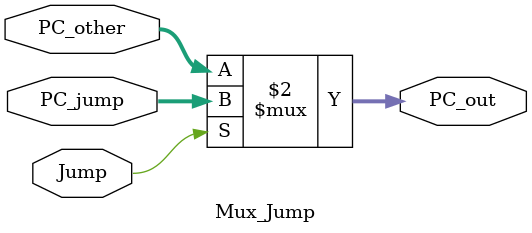
<source format=v>
module Mux_Jump(PC_out,PC_jump,PC_other,Jump);

	output [31:0]PC_out;
	input [31:0]PC_jump,PC_other;
	input Jump;
	
	assign PC_out = (Jump==1'b1) ? PC_jump : PC_other;

endmodule 

</source>
